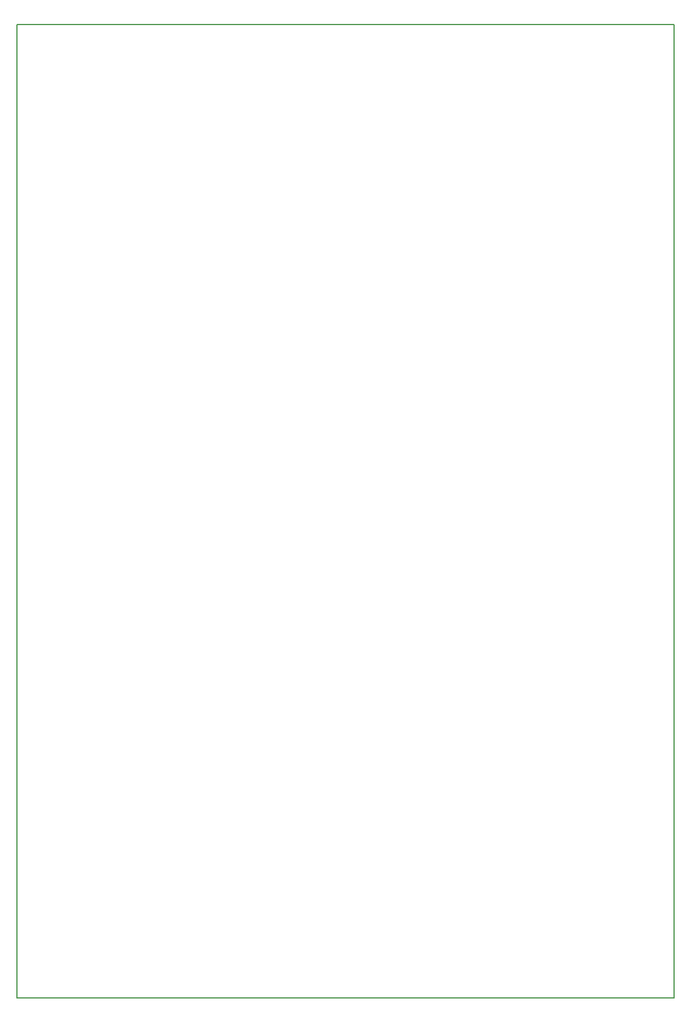
<source format=gbr>
G04 #@! TF.FileFunction,Profile,NP*
%FSLAX46Y46*%
G04 Gerber Fmt 4.6, Leading zero omitted, Abs format (unit mm)*
G04 Created by KiCad (PCBNEW 4.0.7) date 03/11/18 20:29:53*
%MOMM*%
%LPD*%
G01*
G04 APERTURE LIST*
%ADD10C,0.100000*%
%ADD11C,0.150000*%
G04 APERTURE END LIST*
D10*
D11*
X137414000Y-170180000D02*
X137287000Y-170180000D01*
X137414000Y-28956000D02*
X137414000Y-170180000D01*
X42164000Y-28956000D02*
X137414000Y-28956000D01*
X42164000Y-170180000D02*
X42164000Y-28956000D01*
X137287000Y-170180000D02*
X42164000Y-170180000D01*
M02*

</source>
